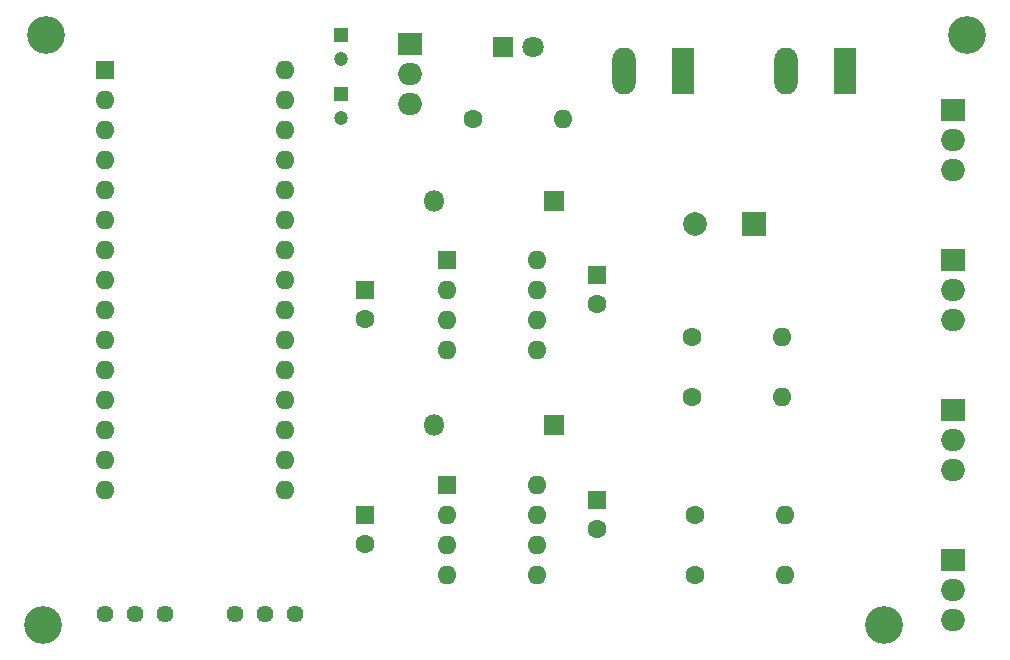
<source format=gbr>
%TF.GenerationSoftware,KiCad,Pcbnew,(5.1.12)-1*%
%TF.CreationDate,2021-12-01T17:34:04-08:00*%
%TF.ProjectId,inverter-stage,696e7665-7274-4657-922d-73746167652e,rev?*%
%TF.SameCoordinates,Original*%
%TF.FileFunction,Soldermask,Bot*%
%TF.FilePolarity,Negative*%
%FSLAX46Y46*%
G04 Gerber Fmt 4.6, Leading zero omitted, Abs format (unit mm)*
G04 Created by KiCad (PCBNEW (5.1.12)-1) date 2021-12-01 17:34:04*
%MOMM*%
%LPD*%
G01*
G04 APERTURE LIST*
%ADD10O,1.600000X1.600000*%
%ADD11R,1.600000X1.600000*%
%ADD12O,2.000000X1.905000*%
%ADD13R,2.000000X1.905000*%
%ADD14O,1.980000X3.960000*%
%ADD15R,1.980000X3.960000*%
%ADD16C,1.600000*%
%ADD17C,1.440000*%
%ADD18C,3.200000*%
%ADD19R,1.800000X1.800000*%
%ADD20C,1.800000*%
%ADD21R,2.000000X2.000000*%
%ADD22C,2.000000*%
%ADD23R,1.200000X1.200000*%
%ADD24C,1.200000*%
%ADD25O,1.800000X1.800000*%
G04 APERTURE END LIST*
D10*
%TO.C,A1*%
X125240000Y-69560000D03*
X110000000Y-69560000D03*
X125240000Y-34000000D03*
X110000000Y-67020000D03*
X125240000Y-36540000D03*
X110000000Y-64480000D03*
X125240000Y-39080000D03*
X110000000Y-61940000D03*
X125240000Y-41620000D03*
X110000000Y-59400000D03*
X125240000Y-44160000D03*
X110000000Y-56860000D03*
X125240000Y-46700000D03*
X110000000Y-54320000D03*
X125240000Y-49240000D03*
X110000000Y-51780000D03*
X125240000Y-51780000D03*
X110000000Y-49240000D03*
X125240000Y-54320000D03*
X110000000Y-46700000D03*
X125240000Y-56860000D03*
X110000000Y-44160000D03*
X125240000Y-59400000D03*
X110000000Y-41620000D03*
X125240000Y-61940000D03*
X110000000Y-39080000D03*
X125240000Y-64480000D03*
X110000000Y-36540000D03*
X125240000Y-67020000D03*
D11*
X110000000Y-34000000D03*
%TD*%
D10*
%TO.C,U2*%
X146590000Y-69088000D03*
X138970000Y-76708000D03*
X146590000Y-71628000D03*
X138970000Y-74168000D03*
X146590000Y-74168000D03*
X138970000Y-71628000D03*
X146590000Y-76708000D03*
D11*
X138970000Y-69088000D03*
%TD*%
D10*
%TO.C,U1*%
X146590000Y-50038000D03*
X138970000Y-57658000D03*
X146590000Y-52578000D03*
X138970000Y-55118000D03*
X146590000Y-55118000D03*
X138970000Y-52578000D03*
X146590000Y-57658000D03*
D11*
X138970000Y-50038000D03*
%TD*%
D12*
%TO.C,Q4*%
X181864000Y-80518000D03*
X181864000Y-77978000D03*
D13*
X181864000Y-75438000D03*
%TD*%
D12*
%TO.C,Q3*%
X181864000Y-67818000D03*
X181864000Y-65278000D03*
D13*
X181864000Y-62738000D03*
%TD*%
D12*
%TO.C,Q2*%
X181864000Y-55118000D03*
X181864000Y-52578000D03*
D13*
X181864000Y-50038000D03*
%TD*%
D12*
%TO.C,Q1*%
X181864000Y-42418000D03*
X181864000Y-39878000D03*
D13*
X181864000Y-37338000D03*
%TD*%
D14*
%TO.C,J2*%
X167720000Y-34036000D03*
D15*
X172720000Y-34036000D03*
%TD*%
D16*
%TO.C,C4*%
X151670000Y-72858000D03*
D11*
X151670000Y-70358000D03*
%TD*%
D16*
%TO.C,C3*%
X132000000Y-74128000D03*
D11*
X132000000Y-71628000D03*
%TD*%
D16*
%TO.C,C2*%
X151670000Y-53808000D03*
D11*
X151670000Y-51308000D03*
%TD*%
D16*
%TO.C,C1*%
X132000000Y-55078000D03*
D11*
X132000000Y-52578000D03*
%TD*%
D15*
%TO.C,J1*%
X159004000Y-34036000D03*
D14*
X154004000Y-34036000D03*
%TD*%
D17*
%TO.C,RV1*%
X126080000Y-80000000D03*
X123540000Y-80000000D03*
X121000000Y-80000000D03*
%TD*%
%TO.C,RV2*%
X110004000Y-80036000D03*
X112544000Y-80036000D03*
X115084000Y-80036000D03*
%TD*%
D18*
%TO.C,H1*%
X183000000Y-31000000D03*
%TD*%
%TO.C,H2*%
X176000000Y-81000000D03*
%TD*%
%TO.C,H3*%
X104775000Y-81000000D03*
%TD*%
%TO.C,H4*%
X105000000Y-31000000D03*
%TD*%
D19*
%TO.C,D3*%
X143764000Y-32004000D03*
D20*
X146304000Y-32004000D03*
%TD*%
D13*
%TO.C,U3*%
X135890000Y-31750000D03*
D12*
X135890000Y-34290000D03*
X135890000Y-36830000D03*
%TD*%
D16*
%TO.C,R1*%
X159766000Y-56578000D03*
D10*
X167386000Y-56578000D03*
%TD*%
%TO.C,R2*%
X167386000Y-61658000D03*
D16*
X159766000Y-61658000D03*
%TD*%
D10*
%TO.C,R3*%
X167640000Y-71628000D03*
D16*
X160020000Y-71628000D03*
%TD*%
%TO.C,R4*%
X160020000Y-76708000D03*
D10*
X167640000Y-76708000D03*
%TD*%
D16*
%TO.C,R5*%
X141224000Y-38100000D03*
D10*
X148844000Y-38100000D03*
%TD*%
D21*
%TO.C,C5*%
X165004000Y-47036000D03*
D22*
X160004000Y-47036000D03*
%TD*%
D23*
%TO.C,C6*%
X130004000Y-31036000D03*
D24*
X130004000Y-33036000D03*
%TD*%
%TO.C,C7*%
X130004000Y-38036000D03*
D23*
X130004000Y-36036000D03*
%TD*%
D19*
%TO.C,D1*%
X148004000Y-45036000D03*
D25*
X137844000Y-45036000D03*
%TD*%
%TO.C,D2*%
X137844000Y-64036000D03*
D19*
X148004000Y-64036000D03*
%TD*%
M02*

</source>
